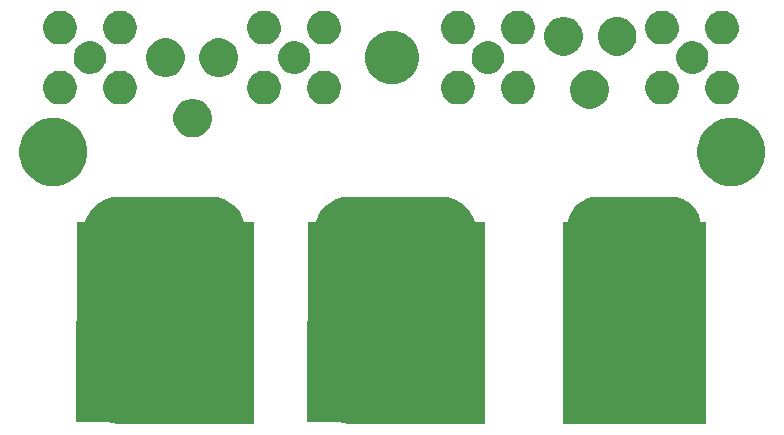
<source format=gbr>
G04 #@! TF.GenerationSoftware,KiCad,Pcbnew,(5.1.0)-1*
G04 #@! TF.CreationDate,2019-08-14T22:30:10+08:00*
G04 #@! TF.ProjectId,Kelvin Connector for Handheld LCR Meter,4b656c76-696e-4204-936f-6e6e6563746f,1.01*
G04 #@! TF.SameCoordinates,Original*
G04 #@! TF.FileFunction,Soldermask,Top*
G04 #@! TF.FilePolarity,Negative*
%FSLAX46Y46*%
G04 Gerber Fmt 4.6, Leading zero omitted, Abs format (unit mm)*
G04 Created by KiCad (PCBNEW (5.1.0)-1) date 2019-08-14 22:30:10*
%MOMM*%
%LPD*%
G04 APERTURE LIST*
%ADD10C,0.100000*%
G04 APERTURE END LIST*
D10*
G36*
X229100000Y-106900000D02*
G01*
X229100000Y-123800000D01*
X229100000Y-123900000D01*
X240900000Y-123900000D01*
X241100000Y-123900000D01*
X241100000Y-106900000D01*
X229100000Y-106900000D01*
G37*
X229100000Y-106900000D02*
X229100000Y-123800000D01*
X229100000Y-123900000D01*
X240900000Y-123900000D01*
X241100000Y-123900000D01*
X241100000Y-106900000D01*
X229100000Y-106900000D01*
G36*
X207450000Y-106900000D02*
G01*
X207350000Y-123800000D01*
X222350000Y-123900000D01*
X222350000Y-106900000D01*
X207450000Y-106900000D01*
G37*
X207450000Y-106900000D02*
X207350000Y-123800000D01*
X222350000Y-123900000D01*
X222350000Y-106900000D01*
X207450000Y-106900000D01*
G36*
X187950000Y-106900000D02*
G01*
X187850000Y-123800000D01*
X202850000Y-123900000D01*
X202850000Y-106900000D01*
X187950000Y-106900000D01*
G37*
X187950000Y-106900000D02*
X187850000Y-123800000D01*
X202850000Y-123900000D01*
X202850000Y-106900000D01*
X187950000Y-106900000D01*
G36*
X199797654Y-104831293D02*
G01*
X200363773Y-105003022D01*
X200885506Y-105281895D01*
X201342808Y-105657192D01*
X201718105Y-106114494D01*
X201996978Y-106636227D01*
X202168707Y-107202346D01*
X202227000Y-107794199D01*
X202227000Y-121005801D01*
X202168707Y-121597654D01*
X201996978Y-122163773D01*
X201718105Y-122685506D01*
X201342808Y-123142808D01*
X200885506Y-123518105D01*
X200363773Y-123796978D01*
X199797654Y-123968707D01*
X199205801Y-124027000D01*
X191494199Y-124027000D01*
X190902346Y-123968707D01*
X190336227Y-123796978D01*
X189814494Y-123518105D01*
X189357192Y-123142808D01*
X188981895Y-122685506D01*
X188703022Y-122163773D01*
X188531293Y-121597654D01*
X188473000Y-121005801D01*
X188473000Y-107794199D01*
X188531293Y-107202346D01*
X188703022Y-106636227D01*
X188981895Y-106114494D01*
X189357192Y-105657192D01*
X189814494Y-105281895D01*
X190336227Y-105003022D01*
X190902346Y-104831293D01*
X191494199Y-104773000D01*
X199205801Y-104773000D01*
X199797654Y-104831293D01*
X199797654Y-104831293D01*
G37*
G36*
X219297654Y-104831293D02*
G01*
X219863773Y-105003022D01*
X220385506Y-105281895D01*
X220842808Y-105657192D01*
X221218105Y-106114494D01*
X221496978Y-106636227D01*
X221668707Y-107202346D01*
X221727000Y-107794199D01*
X221727000Y-121005801D01*
X221668707Y-121597654D01*
X221496978Y-122163773D01*
X221218105Y-122685506D01*
X220842808Y-123142808D01*
X220385506Y-123518105D01*
X219863773Y-123796978D01*
X219297654Y-123968707D01*
X218705801Y-124027000D01*
X210994199Y-124027000D01*
X210402346Y-123968707D01*
X209836227Y-123796978D01*
X209314494Y-123518105D01*
X208857192Y-123142808D01*
X208481895Y-122685506D01*
X208203022Y-122163773D01*
X208031293Y-121597654D01*
X207973000Y-121005801D01*
X207973000Y-107794199D01*
X208031293Y-107202346D01*
X208203022Y-106636227D01*
X208481895Y-106114494D01*
X208857192Y-105657192D01*
X209314494Y-105281895D01*
X209836227Y-105003022D01*
X210402346Y-104831293D01*
X210994199Y-104773000D01*
X218705801Y-104773000D01*
X219297654Y-104831293D01*
X219297654Y-104831293D01*
G37*
G36*
X238744379Y-104820629D02*
G01*
X239206384Y-104960776D01*
X239632164Y-105188361D01*
X240005364Y-105494636D01*
X240311639Y-105867836D01*
X240539224Y-106293616D01*
X240679371Y-106755621D01*
X240727000Y-107239199D01*
X240727000Y-121560801D01*
X240679371Y-122044379D01*
X240539224Y-122506384D01*
X240311639Y-122932164D01*
X240005364Y-123305364D01*
X239632164Y-123611639D01*
X239206384Y-123839224D01*
X238744379Y-123979371D01*
X238260801Y-124027000D01*
X231939199Y-124027000D01*
X231455621Y-123979371D01*
X230993616Y-123839224D01*
X230567836Y-123611639D01*
X230194636Y-123305364D01*
X229888361Y-122932164D01*
X229660776Y-122506384D01*
X229520629Y-122044379D01*
X229473000Y-121560801D01*
X229473000Y-107239199D01*
X229520629Y-106755621D01*
X229660776Y-106293616D01*
X229888361Y-105867836D01*
X230194636Y-105494636D01*
X230567836Y-105188361D01*
X230993616Y-104960776D01*
X231455621Y-104820629D01*
X231939199Y-104773000D01*
X238260801Y-104773000D01*
X238744379Y-104820629D01*
X238744379Y-104820629D01*
G37*
G36*
X186739190Y-98233561D02*
G01*
X186739192Y-98233562D01*
X186739193Y-98233562D01*
X187262772Y-98450435D01*
X187733976Y-98765284D01*
X187733978Y-98765286D01*
X187733981Y-98765288D01*
X188134712Y-99166019D01*
X188134714Y-99166022D01*
X188134716Y-99166024D01*
X188449565Y-99637228D01*
X188666438Y-100160807D01*
X188777000Y-100716641D01*
X188777000Y-101283359D01*
X188666438Y-101839193D01*
X188449565Y-102362772D01*
X188134716Y-102833976D01*
X188134714Y-102833978D01*
X188134712Y-102833981D01*
X187733981Y-103234712D01*
X187733978Y-103234714D01*
X187733976Y-103234716D01*
X187262772Y-103549565D01*
X186739193Y-103766438D01*
X186739192Y-103766438D01*
X186739190Y-103766439D01*
X186183360Y-103877000D01*
X185616640Y-103877000D01*
X185060810Y-103766439D01*
X185060808Y-103766438D01*
X185060807Y-103766438D01*
X184537228Y-103549565D01*
X184066024Y-103234716D01*
X184066022Y-103234714D01*
X184066019Y-103234712D01*
X183665288Y-102833981D01*
X183665286Y-102833978D01*
X183665284Y-102833976D01*
X183350435Y-102362772D01*
X183133562Y-101839193D01*
X183023000Y-101283359D01*
X183023000Y-100716641D01*
X183133562Y-100160807D01*
X183350435Y-99637228D01*
X183665284Y-99166024D01*
X183665286Y-99166022D01*
X183665288Y-99166019D01*
X184066019Y-98765288D01*
X184066022Y-98765286D01*
X184066024Y-98765284D01*
X184537228Y-98450435D01*
X185060807Y-98233562D01*
X185060808Y-98233562D01*
X185060810Y-98233561D01*
X185616640Y-98123000D01*
X186183360Y-98123000D01*
X186739190Y-98233561D01*
X186739190Y-98233561D01*
G37*
G36*
X244139190Y-98233561D02*
G01*
X244139192Y-98233562D01*
X244139193Y-98233562D01*
X244662772Y-98450435D01*
X245133976Y-98765284D01*
X245133978Y-98765286D01*
X245133981Y-98765288D01*
X245534712Y-99166019D01*
X245534714Y-99166022D01*
X245534716Y-99166024D01*
X245849565Y-99637228D01*
X246066438Y-100160807D01*
X246177000Y-100716641D01*
X246177000Y-101283359D01*
X246066438Y-101839193D01*
X245849565Y-102362772D01*
X245534716Y-102833976D01*
X245534714Y-102833978D01*
X245534712Y-102833981D01*
X245133981Y-103234712D01*
X245133978Y-103234714D01*
X245133976Y-103234716D01*
X244662772Y-103549565D01*
X244139193Y-103766438D01*
X244139192Y-103766438D01*
X244139190Y-103766439D01*
X243583360Y-103877000D01*
X243016640Y-103877000D01*
X242460810Y-103766439D01*
X242460808Y-103766438D01*
X242460807Y-103766438D01*
X241937228Y-103549565D01*
X241466024Y-103234716D01*
X241466022Y-103234714D01*
X241466019Y-103234712D01*
X241065288Y-102833981D01*
X241065286Y-102833978D01*
X241065284Y-102833976D01*
X240750435Y-102362772D01*
X240533562Y-101839193D01*
X240423000Y-101283359D01*
X240423000Y-100716641D01*
X240533562Y-100160807D01*
X240750435Y-99637228D01*
X241065284Y-99166024D01*
X241065286Y-99166022D01*
X241065288Y-99166019D01*
X241466019Y-98765288D01*
X241466022Y-98765286D01*
X241466024Y-98765284D01*
X241937228Y-98450435D01*
X242460807Y-98233562D01*
X242460808Y-98233562D01*
X242460810Y-98233561D01*
X243016640Y-98123000D01*
X243583360Y-98123000D01*
X244139190Y-98233561D01*
X244139190Y-98233561D01*
G37*
G36*
X198167581Y-96560526D02*
G01*
X198463670Y-96683170D01*
X198730150Y-96861226D01*
X198956774Y-97087850D01*
X199134830Y-97354330D01*
X199257474Y-97650419D01*
X199319999Y-97964755D01*
X199319999Y-98285245D01*
X199257474Y-98599581D01*
X199134830Y-98895670D01*
X198956774Y-99162150D01*
X198730150Y-99388774D01*
X198463670Y-99566830D01*
X198167581Y-99689474D01*
X197853245Y-99751999D01*
X197532755Y-99751999D01*
X197218419Y-99689474D01*
X196922330Y-99566830D01*
X196655850Y-99388774D01*
X196429226Y-99162150D01*
X196251170Y-98895670D01*
X196128526Y-98599581D01*
X196066001Y-98285245D01*
X196066001Y-97964755D01*
X196128526Y-97650419D01*
X196251170Y-97354330D01*
X196429226Y-97087850D01*
X196655850Y-96861226D01*
X196922330Y-96683170D01*
X197218419Y-96560526D01*
X197532755Y-96498001D01*
X197853245Y-96498001D01*
X198167581Y-96560526D01*
X198167581Y-96560526D01*
G37*
G36*
X231774581Y-94135526D02*
G01*
X232070670Y-94258170D01*
X232337150Y-94436226D01*
X232563774Y-94662850D01*
X232741830Y-94929330D01*
X232864474Y-95225419D01*
X232926999Y-95539755D01*
X232926999Y-95860245D01*
X232864474Y-96174581D01*
X232741830Y-96470670D01*
X232563774Y-96737150D01*
X232337150Y-96963774D01*
X232070670Y-97141830D01*
X231774581Y-97264474D01*
X231460245Y-97326999D01*
X231139755Y-97326999D01*
X230825419Y-97264474D01*
X230529330Y-97141830D01*
X230262850Y-96963774D01*
X230036226Y-96737150D01*
X229858170Y-96470670D01*
X229735526Y-96174581D01*
X229673001Y-95860245D01*
X229673001Y-95539755D01*
X229735526Y-95225419D01*
X229858170Y-94929330D01*
X230036226Y-94662850D01*
X230262850Y-94436226D01*
X230529330Y-94258170D01*
X230825419Y-94135526D01*
X231139755Y-94073001D01*
X231460245Y-94073001D01*
X231774581Y-94135526D01*
X231774581Y-94135526D01*
G37*
G36*
X220576241Y-94167838D02*
G01*
X220576243Y-94167839D01*
X220576244Y-94167839D01*
X220835939Y-94275409D01*
X220987981Y-94377000D01*
X221069660Y-94431576D01*
X221268424Y-94630340D01*
X221290146Y-94662850D01*
X221424591Y-94864061D01*
X221532161Y-95123756D01*
X221532162Y-95123759D01*
X221562643Y-95277000D01*
X221587000Y-95399454D01*
X221587000Y-95680546D01*
X221532161Y-95956244D01*
X221424591Y-96215939D01*
X221321182Y-96370702D01*
X221268424Y-96449660D01*
X221069660Y-96648424D01*
X221017654Y-96683173D01*
X220835939Y-96804591D01*
X220576244Y-96912161D01*
X220576243Y-96912161D01*
X220576241Y-96912162D01*
X220300547Y-96967000D01*
X220019453Y-96967000D01*
X219743759Y-96912162D01*
X219743757Y-96912161D01*
X219743756Y-96912161D01*
X219484061Y-96804591D01*
X219302346Y-96683173D01*
X219250340Y-96648424D01*
X219051576Y-96449660D01*
X218998818Y-96370702D01*
X218895409Y-96215939D01*
X218787839Y-95956244D01*
X218733000Y-95680546D01*
X218733000Y-95399454D01*
X218757357Y-95277000D01*
X218787838Y-95123759D01*
X218787839Y-95123756D01*
X218895409Y-94864061D01*
X219029854Y-94662850D01*
X219051576Y-94630340D01*
X219250340Y-94431576D01*
X219332019Y-94377000D01*
X219484061Y-94275409D01*
X219743756Y-94167839D01*
X219743757Y-94167839D01*
X219743759Y-94167838D01*
X220019453Y-94113000D01*
X220300547Y-94113000D01*
X220576241Y-94167838D01*
X220576241Y-94167838D01*
G37*
G36*
X225656241Y-94167838D02*
G01*
X225656243Y-94167839D01*
X225656244Y-94167839D01*
X225915939Y-94275409D01*
X226067981Y-94377000D01*
X226149660Y-94431576D01*
X226348424Y-94630340D01*
X226370146Y-94662850D01*
X226504591Y-94864061D01*
X226612161Y-95123756D01*
X226612162Y-95123759D01*
X226642643Y-95277000D01*
X226667000Y-95399454D01*
X226667000Y-95680546D01*
X226612161Y-95956244D01*
X226504591Y-96215939D01*
X226401182Y-96370702D01*
X226348424Y-96449660D01*
X226149660Y-96648424D01*
X226097654Y-96683173D01*
X225915939Y-96804591D01*
X225656244Y-96912161D01*
X225656243Y-96912161D01*
X225656241Y-96912162D01*
X225380547Y-96967000D01*
X225099453Y-96967000D01*
X224823759Y-96912162D01*
X224823757Y-96912161D01*
X224823756Y-96912161D01*
X224564061Y-96804591D01*
X224382346Y-96683173D01*
X224330340Y-96648424D01*
X224131576Y-96449660D01*
X224078818Y-96370702D01*
X223975409Y-96215939D01*
X223867839Y-95956244D01*
X223813000Y-95680546D01*
X223813000Y-95399454D01*
X223837357Y-95277000D01*
X223867838Y-95123759D01*
X223867839Y-95123756D01*
X223975409Y-94864061D01*
X224109854Y-94662850D01*
X224131576Y-94630340D01*
X224330340Y-94431576D01*
X224412019Y-94377000D01*
X224564061Y-94275409D01*
X224823756Y-94167839D01*
X224823757Y-94167839D01*
X224823759Y-94167838D01*
X225099453Y-94113000D01*
X225380547Y-94113000D01*
X225656241Y-94167838D01*
X225656241Y-94167838D01*
G37*
G36*
X237876241Y-94167838D02*
G01*
X237876243Y-94167839D01*
X237876244Y-94167839D01*
X238135939Y-94275409D01*
X238287981Y-94377000D01*
X238369660Y-94431576D01*
X238568424Y-94630340D01*
X238590146Y-94662850D01*
X238724591Y-94864061D01*
X238832161Y-95123756D01*
X238832162Y-95123759D01*
X238862643Y-95277000D01*
X238887000Y-95399454D01*
X238887000Y-95680546D01*
X238832161Y-95956244D01*
X238724591Y-96215939D01*
X238621182Y-96370702D01*
X238568424Y-96449660D01*
X238369660Y-96648424D01*
X238317654Y-96683173D01*
X238135939Y-96804591D01*
X237876244Y-96912161D01*
X237876243Y-96912161D01*
X237876241Y-96912162D01*
X237600547Y-96967000D01*
X237319453Y-96967000D01*
X237043759Y-96912162D01*
X237043757Y-96912161D01*
X237043756Y-96912161D01*
X236784061Y-96804591D01*
X236602346Y-96683173D01*
X236550340Y-96648424D01*
X236351576Y-96449660D01*
X236298818Y-96370702D01*
X236195409Y-96215939D01*
X236087839Y-95956244D01*
X236033000Y-95680546D01*
X236033000Y-95399454D01*
X236057357Y-95277000D01*
X236087838Y-95123759D01*
X236087839Y-95123756D01*
X236195409Y-94864061D01*
X236329854Y-94662850D01*
X236351576Y-94630340D01*
X236550340Y-94431576D01*
X236632019Y-94377000D01*
X236784061Y-94275409D01*
X237043756Y-94167839D01*
X237043757Y-94167839D01*
X237043759Y-94167838D01*
X237319453Y-94113000D01*
X237600547Y-94113000D01*
X237876241Y-94167838D01*
X237876241Y-94167838D01*
G37*
G36*
X204176241Y-94167838D02*
G01*
X204176243Y-94167839D01*
X204176244Y-94167839D01*
X204435939Y-94275409D01*
X204587981Y-94377000D01*
X204669660Y-94431576D01*
X204868424Y-94630340D01*
X204890146Y-94662850D01*
X205024591Y-94864061D01*
X205132161Y-95123756D01*
X205132162Y-95123759D01*
X205162643Y-95277000D01*
X205187000Y-95399454D01*
X205187000Y-95680546D01*
X205132161Y-95956244D01*
X205024591Y-96215939D01*
X204921182Y-96370702D01*
X204868424Y-96449660D01*
X204669660Y-96648424D01*
X204617654Y-96683173D01*
X204435939Y-96804591D01*
X204176244Y-96912161D01*
X204176243Y-96912161D01*
X204176241Y-96912162D01*
X203900547Y-96967000D01*
X203619453Y-96967000D01*
X203343759Y-96912162D01*
X203343757Y-96912161D01*
X203343756Y-96912161D01*
X203084061Y-96804591D01*
X202902346Y-96683173D01*
X202850340Y-96648424D01*
X202651576Y-96449660D01*
X202598818Y-96370702D01*
X202495409Y-96215939D01*
X202387839Y-95956244D01*
X202333000Y-95680546D01*
X202333000Y-95399454D01*
X202357357Y-95277000D01*
X202387838Y-95123759D01*
X202387839Y-95123756D01*
X202495409Y-94864061D01*
X202629854Y-94662850D01*
X202651576Y-94630340D01*
X202850340Y-94431576D01*
X202932019Y-94377000D01*
X203084061Y-94275409D01*
X203343756Y-94167839D01*
X203343757Y-94167839D01*
X203343759Y-94167838D01*
X203619453Y-94113000D01*
X203900547Y-94113000D01*
X204176241Y-94167838D01*
X204176241Y-94167838D01*
G37*
G36*
X209256241Y-94167838D02*
G01*
X209256243Y-94167839D01*
X209256244Y-94167839D01*
X209515939Y-94275409D01*
X209667981Y-94377000D01*
X209749660Y-94431576D01*
X209948424Y-94630340D01*
X209970146Y-94662850D01*
X210104591Y-94864061D01*
X210212161Y-95123756D01*
X210212162Y-95123759D01*
X210242643Y-95277000D01*
X210267000Y-95399454D01*
X210267000Y-95680546D01*
X210212161Y-95956244D01*
X210104591Y-96215939D01*
X210001182Y-96370702D01*
X209948424Y-96449660D01*
X209749660Y-96648424D01*
X209697654Y-96683173D01*
X209515939Y-96804591D01*
X209256244Y-96912161D01*
X209256243Y-96912161D01*
X209256241Y-96912162D01*
X208980547Y-96967000D01*
X208699453Y-96967000D01*
X208423759Y-96912162D01*
X208423757Y-96912161D01*
X208423756Y-96912161D01*
X208164061Y-96804591D01*
X207982346Y-96683173D01*
X207930340Y-96648424D01*
X207731576Y-96449660D01*
X207678818Y-96370702D01*
X207575409Y-96215939D01*
X207467839Y-95956244D01*
X207413000Y-95680546D01*
X207413000Y-95399454D01*
X207437357Y-95277000D01*
X207467838Y-95123759D01*
X207467839Y-95123756D01*
X207575409Y-94864061D01*
X207709854Y-94662850D01*
X207731576Y-94630340D01*
X207930340Y-94431576D01*
X208012019Y-94377000D01*
X208164061Y-94275409D01*
X208423756Y-94167839D01*
X208423757Y-94167839D01*
X208423759Y-94167838D01*
X208699453Y-94113000D01*
X208980547Y-94113000D01*
X209256241Y-94167838D01*
X209256241Y-94167838D01*
G37*
G36*
X191956241Y-94167838D02*
G01*
X191956243Y-94167839D01*
X191956244Y-94167839D01*
X192215939Y-94275409D01*
X192367981Y-94377000D01*
X192449660Y-94431576D01*
X192648424Y-94630340D01*
X192670146Y-94662850D01*
X192804591Y-94864061D01*
X192912161Y-95123756D01*
X192912162Y-95123759D01*
X192942643Y-95277000D01*
X192967000Y-95399454D01*
X192967000Y-95680546D01*
X192912161Y-95956244D01*
X192804591Y-96215939D01*
X192701182Y-96370702D01*
X192648424Y-96449660D01*
X192449660Y-96648424D01*
X192397654Y-96683173D01*
X192215939Y-96804591D01*
X191956244Y-96912161D01*
X191956243Y-96912161D01*
X191956241Y-96912162D01*
X191680547Y-96967000D01*
X191399453Y-96967000D01*
X191123759Y-96912162D01*
X191123757Y-96912161D01*
X191123756Y-96912161D01*
X190864061Y-96804591D01*
X190682346Y-96683173D01*
X190630340Y-96648424D01*
X190431576Y-96449660D01*
X190378818Y-96370702D01*
X190275409Y-96215939D01*
X190167839Y-95956244D01*
X190113000Y-95680546D01*
X190113000Y-95399454D01*
X190137357Y-95277000D01*
X190167838Y-95123759D01*
X190167839Y-95123756D01*
X190275409Y-94864061D01*
X190409854Y-94662850D01*
X190431576Y-94630340D01*
X190630340Y-94431576D01*
X190712019Y-94377000D01*
X190864061Y-94275409D01*
X191123756Y-94167839D01*
X191123757Y-94167839D01*
X191123759Y-94167838D01*
X191399453Y-94113000D01*
X191680547Y-94113000D01*
X191956241Y-94167838D01*
X191956241Y-94167838D01*
G37*
G36*
X186876241Y-94167838D02*
G01*
X186876243Y-94167839D01*
X186876244Y-94167839D01*
X187135939Y-94275409D01*
X187287981Y-94377000D01*
X187369660Y-94431576D01*
X187568424Y-94630340D01*
X187590146Y-94662850D01*
X187724591Y-94864061D01*
X187832161Y-95123756D01*
X187832162Y-95123759D01*
X187862643Y-95277000D01*
X187887000Y-95399454D01*
X187887000Y-95680546D01*
X187832161Y-95956244D01*
X187724591Y-96215939D01*
X187621182Y-96370702D01*
X187568424Y-96449660D01*
X187369660Y-96648424D01*
X187317654Y-96683173D01*
X187135939Y-96804591D01*
X186876244Y-96912161D01*
X186876243Y-96912161D01*
X186876241Y-96912162D01*
X186600547Y-96967000D01*
X186319453Y-96967000D01*
X186043759Y-96912162D01*
X186043757Y-96912161D01*
X186043756Y-96912161D01*
X185784061Y-96804591D01*
X185602346Y-96683173D01*
X185550340Y-96648424D01*
X185351576Y-96449660D01*
X185298818Y-96370702D01*
X185195409Y-96215939D01*
X185087839Y-95956244D01*
X185033000Y-95680546D01*
X185033000Y-95399454D01*
X185057357Y-95277000D01*
X185087838Y-95123759D01*
X185087839Y-95123756D01*
X185195409Y-94864061D01*
X185329854Y-94662850D01*
X185351576Y-94630340D01*
X185550340Y-94431576D01*
X185632019Y-94377000D01*
X185784061Y-94275409D01*
X186043756Y-94167839D01*
X186043757Y-94167839D01*
X186043759Y-94167838D01*
X186319453Y-94113000D01*
X186600547Y-94113000D01*
X186876241Y-94167838D01*
X186876241Y-94167838D01*
G37*
G36*
X242956241Y-94167838D02*
G01*
X242956243Y-94167839D01*
X242956244Y-94167839D01*
X243215939Y-94275409D01*
X243367981Y-94377000D01*
X243449660Y-94431576D01*
X243648424Y-94630340D01*
X243670146Y-94662850D01*
X243804591Y-94864061D01*
X243912161Y-95123756D01*
X243912162Y-95123759D01*
X243942643Y-95277000D01*
X243967000Y-95399454D01*
X243967000Y-95680546D01*
X243912161Y-95956244D01*
X243804591Y-96215939D01*
X243701182Y-96370702D01*
X243648424Y-96449660D01*
X243449660Y-96648424D01*
X243397654Y-96683173D01*
X243215939Y-96804591D01*
X242956244Y-96912161D01*
X242956243Y-96912161D01*
X242956241Y-96912162D01*
X242680547Y-96967000D01*
X242399453Y-96967000D01*
X242123759Y-96912162D01*
X242123757Y-96912161D01*
X242123756Y-96912161D01*
X241864061Y-96804591D01*
X241682346Y-96683173D01*
X241630340Y-96648424D01*
X241431576Y-96449660D01*
X241378818Y-96370702D01*
X241275409Y-96215939D01*
X241167839Y-95956244D01*
X241113000Y-95680546D01*
X241113000Y-95399454D01*
X241137357Y-95277000D01*
X241167838Y-95123759D01*
X241167839Y-95123756D01*
X241275409Y-94864061D01*
X241409854Y-94662850D01*
X241431576Y-94630340D01*
X241630340Y-94431576D01*
X241712019Y-94377000D01*
X241864061Y-94275409D01*
X242123756Y-94167839D01*
X242123757Y-94167839D01*
X242123759Y-94167838D01*
X242399453Y-94113000D01*
X242680547Y-94113000D01*
X242956241Y-94167838D01*
X242956241Y-94167838D01*
G37*
G36*
X214934243Y-90744876D02*
G01*
X215264179Y-90810504D01*
X215678565Y-90982148D01*
X216051498Y-91231334D01*
X216368666Y-91548502D01*
X216617852Y-91921435D01*
X216789496Y-92335821D01*
X216877000Y-92775736D01*
X216877000Y-93224264D01*
X216789496Y-93664179D01*
X216617852Y-94078565D01*
X216368666Y-94451498D01*
X216051498Y-94768666D01*
X215678565Y-95017852D01*
X215264179Y-95189496D01*
X214934243Y-95255124D01*
X214824265Y-95277000D01*
X214375735Y-95277000D01*
X214265757Y-95255124D01*
X213935821Y-95189496D01*
X213521435Y-95017852D01*
X213148502Y-94768666D01*
X212831334Y-94451498D01*
X212582148Y-94078565D01*
X212410504Y-93664179D01*
X212323000Y-93224264D01*
X212323000Y-92775736D01*
X212410504Y-92335821D01*
X212582148Y-91921435D01*
X212831334Y-91548502D01*
X213148502Y-91231334D01*
X213521435Y-90982148D01*
X213935821Y-90810504D01*
X214265757Y-90744876D01*
X214375735Y-90723000D01*
X214824265Y-90723000D01*
X214934243Y-90744876D01*
X214934243Y-90744876D01*
G37*
G36*
X200374581Y-91435526D02*
G01*
X200670670Y-91558170D01*
X200937150Y-91736226D01*
X201163774Y-91962850D01*
X201341830Y-92229330D01*
X201464474Y-92525419D01*
X201526999Y-92839755D01*
X201526999Y-93160245D01*
X201464474Y-93474581D01*
X201341830Y-93770670D01*
X201163774Y-94037150D01*
X200937150Y-94263774D01*
X200670670Y-94441830D01*
X200374581Y-94564474D01*
X200060245Y-94626999D01*
X199739755Y-94626999D01*
X199425419Y-94564474D01*
X199129330Y-94441830D01*
X198862850Y-94263774D01*
X198636226Y-94037150D01*
X198458170Y-93770670D01*
X198335526Y-93474581D01*
X198273001Y-93160245D01*
X198273001Y-92839755D01*
X198335526Y-92525419D01*
X198458170Y-92229330D01*
X198636226Y-91962850D01*
X198862850Y-91736226D01*
X199129330Y-91558170D01*
X199425419Y-91435526D01*
X199739755Y-91373001D01*
X200060245Y-91373001D01*
X200374581Y-91435526D01*
X200374581Y-91435526D01*
G37*
G36*
X195874581Y-91435526D02*
G01*
X196170670Y-91558170D01*
X196437150Y-91736226D01*
X196663774Y-91962850D01*
X196841830Y-92229330D01*
X196964474Y-92525419D01*
X197026999Y-92839755D01*
X197026999Y-93160245D01*
X196964474Y-93474581D01*
X196841830Y-93770670D01*
X196663774Y-94037150D01*
X196437150Y-94263774D01*
X196170670Y-94441830D01*
X195874581Y-94564474D01*
X195560245Y-94626999D01*
X195239755Y-94626999D01*
X194925419Y-94564474D01*
X194629330Y-94441830D01*
X194362850Y-94263774D01*
X194136226Y-94037150D01*
X193958170Y-93770670D01*
X193835526Y-93474581D01*
X193773001Y-93160245D01*
X193773001Y-92839755D01*
X193835526Y-92525419D01*
X193958170Y-92229330D01*
X194136226Y-91962850D01*
X194362850Y-91736226D01*
X194629330Y-91558170D01*
X194925419Y-91435526D01*
X195239755Y-91373001D01*
X195560245Y-91373001D01*
X195874581Y-91435526D01*
X195874581Y-91435526D01*
G37*
G36*
X240401656Y-91675917D02*
G01*
X240401658Y-91675918D01*
X240401659Y-91675918D01*
X240652251Y-91779716D01*
X240652254Y-91779718D01*
X240877787Y-91930414D01*
X241069586Y-92122213D01*
X241069587Y-92122215D01*
X241220284Y-92347749D01*
X241293877Y-92525419D01*
X241324083Y-92598344D01*
X241357128Y-92764474D01*
X241377000Y-92864378D01*
X241377000Y-93135622D01*
X241324082Y-93401659D01*
X241220284Y-93652251D01*
X241220282Y-93652254D01*
X241069586Y-93877787D01*
X240877787Y-94069586D01*
X240652254Y-94220282D01*
X240652251Y-94220284D01*
X240401659Y-94324082D01*
X240401658Y-94324082D01*
X240401656Y-94324083D01*
X240135623Y-94377000D01*
X239864377Y-94377000D01*
X239598344Y-94324083D01*
X239598342Y-94324082D01*
X239598341Y-94324082D01*
X239347749Y-94220284D01*
X239347746Y-94220282D01*
X239122213Y-94069586D01*
X238930414Y-93877787D01*
X238779718Y-93652254D01*
X238779716Y-93652251D01*
X238675918Y-93401659D01*
X238623000Y-93135622D01*
X238623000Y-92864378D01*
X238642872Y-92764474D01*
X238675917Y-92598344D01*
X238706123Y-92525419D01*
X238779716Y-92347749D01*
X238930413Y-92122215D01*
X238930414Y-92122213D01*
X239122213Y-91930414D01*
X239347746Y-91779718D01*
X239347749Y-91779716D01*
X239598341Y-91675918D01*
X239598342Y-91675918D01*
X239598344Y-91675917D01*
X239864377Y-91623000D01*
X240135623Y-91623000D01*
X240401656Y-91675917D01*
X240401656Y-91675917D01*
G37*
G36*
X206701656Y-91675917D02*
G01*
X206701658Y-91675918D01*
X206701659Y-91675918D01*
X206952251Y-91779716D01*
X206952254Y-91779718D01*
X207177787Y-91930414D01*
X207369586Y-92122213D01*
X207369587Y-92122215D01*
X207520284Y-92347749D01*
X207593877Y-92525419D01*
X207624083Y-92598344D01*
X207657128Y-92764474D01*
X207677000Y-92864378D01*
X207677000Y-93135622D01*
X207624082Y-93401659D01*
X207520284Y-93652251D01*
X207520282Y-93652254D01*
X207369586Y-93877787D01*
X207177787Y-94069586D01*
X206952254Y-94220282D01*
X206952251Y-94220284D01*
X206701659Y-94324082D01*
X206701658Y-94324082D01*
X206701656Y-94324083D01*
X206435623Y-94377000D01*
X206164377Y-94377000D01*
X205898344Y-94324083D01*
X205898342Y-94324082D01*
X205898341Y-94324082D01*
X205647749Y-94220284D01*
X205647746Y-94220282D01*
X205422213Y-94069586D01*
X205230414Y-93877787D01*
X205079718Y-93652254D01*
X205079716Y-93652251D01*
X204975918Y-93401659D01*
X204923000Y-93135622D01*
X204923000Y-92864378D01*
X204942872Y-92764474D01*
X204975917Y-92598344D01*
X205006123Y-92525419D01*
X205079716Y-92347749D01*
X205230413Y-92122215D01*
X205230414Y-92122213D01*
X205422213Y-91930414D01*
X205647746Y-91779718D01*
X205647749Y-91779716D01*
X205898341Y-91675918D01*
X205898342Y-91675918D01*
X205898344Y-91675917D01*
X206164377Y-91623000D01*
X206435623Y-91623000D01*
X206701656Y-91675917D01*
X206701656Y-91675917D01*
G37*
G36*
X189401656Y-91675917D02*
G01*
X189401658Y-91675918D01*
X189401659Y-91675918D01*
X189652251Y-91779716D01*
X189652254Y-91779718D01*
X189877787Y-91930414D01*
X190069586Y-92122213D01*
X190069587Y-92122215D01*
X190220284Y-92347749D01*
X190293877Y-92525419D01*
X190324083Y-92598344D01*
X190357128Y-92764474D01*
X190377000Y-92864378D01*
X190377000Y-93135622D01*
X190324082Y-93401659D01*
X190220284Y-93652251D01*
X190220282Y-93652254D01*
X190069586Y-93877787D01*
X189877787Y-94069586D01*
X189652254Y-94220282D01*
X189652251Y-94220284D01*
X189401659Y-94324082D01*
X189401658Y-94324082D01*
X189401656Y-94324083D01*
X189135623Y-94377000D01*
X188864377Y-94377000D01*
X188598344Y-94324083D01*
X188598342Y-94324082D01*
X188598341Y-94324082D01*
X188347749Y-94220284D01*
X188347746Y-94220282D01*
X188122213Y-94069586D01*
X187930414Y-93877787D01*
X187779718Y-93652254D01*
X187779716Y-93652251D01*
X187675918Y-93401659D01*
X187623000Y-93135622D01*
X187623000Y-92864378D01*
X187642872Y-92764474D01*
X187675917Y-92598344D01*
X187706123Y-92525419D01*
X187779716Y-92347749D01*
X187930413Y-92122215D01*
X187930414Y-92122213D01*
X188122213Y-91930414D01*
X188347746Y-91779718D01*
X188347749Y-91779716D01*
X188598341Y-91675918D01*
X188598342Y-91675918D01*
X188598344Y-91675917D01*
X188864377Y-91623000D01*
X189135623Y-91623000D01*
X189401656Y-91675917D01*
X189401656Y-91675917D01*
G37*
G36*
X223101656Y-91675917D02*
G01*
X223101658Y-91675918D01*
X223101659Y-91675918D01*
X223352251Y-91779716D01*
X223352254Y-91779718D01*
X223577787Y-91930414D01*
X223769586Y-92122213D01*
X223769587Y-92122215D01*
X223920284Y-92347749D01*
X223993877Y-92525419D01*
X224024083Y-92598344D01*
X224057128Y-92764474D01*
X224077000Y-92864378D01*
X224077000Y-93135622D01*
X224024082Y-93401659D01*
X223920284Y-93652251D01*
X223920282Y-93652254D01*
X223769586Y-93877787D01*
X223577787Y-94069586D01*
X223352254Y-94220282D01*
X223352251Y-94220284D01*
X223101659Y-94324082D01*
X223101658Y-94324082D01*
X223101656Y-94324083D01*
X222835623Y-94377000D01*
X222564377Y-94377000D01*
X222298344Y-94324083D01*
X222298342Y-94324082D01*
X222298341Y-94324082D01*
X222047749Y-94220284D01*
X222047746Y-94220282D01*
X221822213Y-94069586D01*
X221630414Y-93877787D01*
X221479718Y-93652254D01*
X221479716Y-93652251D01*
X221375918Y-93401659D01*
X221323000Y-93135622D01*
X221323000Y-92864378D01*
X221342872Y-92764474D01*
X221375917Y-92598344D01*
X221406123Y-92525419D01*
X221479716Y-92347749D01*
X221630413Y-92122215D01*
X221630414Y-92122213D01*
X221822213Y-91930414D01*
X222047746Y-91779718D01*
X222047749Y-91779716D01*
X222298341Y-91675918D01*
X222298342Y-91675918D01*
X222298344Y-91675917D01*
X222564377Y-91623000D01*
X222835623Y-91623000D01*
X223101656Y-91675917D01*
X223101656Y-91675917D01*
G37*
G36*
X229574581Y-89635526D02*
G01*
X229870670Y-89758170D01*
X230137150Y-89936226D01*
X230363774Y-90162850D01*
X230541830Y-90429330D01*
X230664474Y-90725419D01*
X230726999Y-91039755D01*
X230726999Y-91360245D01*
X230664474Y-91674581D01*
X230541830Y-91970670D01*
X230363774Y-92237150D01*
X230137150Y-92463774D01*
X229870670Y-92641830D01*
X229574581Y-92764474D01*
X229260245Y-92826999D01*
X228939755Y-92826999D01*
X228625419Y-92764474D01*
X228329330Y-92641830D01*
X228062850Y-92463774D01*
X227836226Y-92237150D01*
X227658170Y-91970670D01*
X227535526Y-91674581D01*
X227473001Y-91360245D01*
X227473001Y-91039755D01*
X227535526Y-90725419D01*
X227658170Y-90429330D01*
X227836226Y-90162850D01*
X228062850Y-89936226D01*
X228329330Y-89758170D01*
X228625419Y-89635526D01*
X228939755Y-89573001D01*
X229260245Y-89573001D01*
X229574581Y-89635526D01*
X229574581Y-89635526D01*
G37*
G36*
X234108581Y-89635526D02*
G01*
X234404670Y-89758170D01*
X234671150Y-89936226D01*
X234897774Y-90162850D01*
X235075830Y-90429330D01*
X235198474Y-90725419D01*
X235260999Y-91039755D01*
X235260999Y-91360245D01*
X235198474Y-91674581D01*
X235075830Y-91970670D01*
X234897774Y-92237150D01*
X234671150Y-92463774D01*
X234404670Y-92641830D01*
X234108581Y-92764474D01*
X233794245Y-92826999D01*
X233473755Y-92826999D01*
X233159419Y-92764474D01*
X232863330Y-92641830D01*
X232596850Y-92463774D01*
X232370226Y-92237150D01*
X232192170Y-91970670D01*
X232069526Y-91674581D01*
X232007001Y-91360245D01*
X232007001Y-91039755D01*
X232069526Y-90725419D01*
X232192170Y-90429330D01*
X232370226Y-90162850D01*
X232596850Y-89936226D01*
X232863330Y-89758170D01*
X233159419Y-89635526D01*
X233473755Y-89573001D01*
X233794245Y-89573001D01*
X234108581Y-89635526D01*
X234108581Y-89635526D01*
G37*
G36*
X225656241Y-89087838D02*
G01*
X225656243Y-89087839D01*
X225656244Y-89087839D01*
X225915939Y-89195409D01*
X226070702Y-89298818D01*
X226149660Y-89351576D01*
X226348424Y-89550340D01*
X226348427Y-89550345D01*
X226504591Y-89784061D01*
X226504591Y-89784062D01*
X226612162Y-90043759D01*
X226667000Y-90319453D01*
X226667000Y-90600547D01*
X226625238Y-90810504D01*
X226612161Y-90876244D01*
X226504591Y-91135939D01*
X226440850Y-91231334D01*
X226348424Y-91369660D01*
X226149660Y-91568424D01*
X226070702Y-91621182D01*
X225915939Y-91724591D01*
X225656244Y-91832161D01*
X225656243Y-91832161D01*
X225656241Y-91832162D01*
X225380547Y-91887000D01*
X225099453Y-91887000D01*
X224823759Y-91832162D01*
X224823757Y-91832161D01*
X224823756Y-91832161D01*
X224564061Y-91724591D01*
X224409298Y-91621182D01*
X224330340Y-91568424D01*
X224131576Y-91369660D01*
X224039150Y-91231334D01*
X223975409Y-91135939D01*
X223867839Y-90876244D01*
X223854763Y-90810504D01*
X223813000Y-90600547D01*
X223813000Y-90319453D01*
X223867838Y-90043759D01*
X223975409Y-89784062D01*
X223975409Y-89784061D01*
X224131573Y-89550345D01*
X224131576Y-89550340D01*
X224330340Y-89351576D01*
X224409298Y-89298818D01*
X224564061Y-89195409D01*
X224823756Y-89087839D01*
X224823757Y-89087839D01*
X224823759Y-89087838D01*
X225099453Y-89033000D01*
X225380547Y-89033000D01*
X225656241Y-89087838D01*
X225656241Y-89087838D01*
G37*
G36*
X209256241Y-89087838D02*
G01*
X209256243Y-89087839D01*
X209256244Y-89087839D01*
X209515939Y-89195409D01*
X209670702Y-89298818D01*
X209749660Y-89351576D01*
X209948424Y-89550340D01*
X209948427Y-89550345D01*
X210104591Y-89784061D01*
X210104591Y-89784062D01*
X210212162Y-90043759D01*
X210267000Y-90319453D01*
X210267000Y-90600547D01*
X210225238Y-90810504D01*
X210212161Y-90876244D01*
X210104591Y-91135939D01*
X210040850Y-91231334D01*
X209948424Y-91369660D01*
X209749660Y-91568424D01*
X209670702Y-91621182D01*
X209515939Y-91724591D01*
X209256244Y-91832161D01*
X209256243Y-91832161D01*
X209256241Y-91832162D01*
X208980547Y-91887000D01*
X208699453Y-91887000D01*
X208423759Y-91832162D01*
X208423757Y-91832161D01*
X208423756Y-91832161D01*
X208164061Y-91724591D01*
X208009298Y-91621182D01*
X207930340Y-91568424D01*
X207731576Y-91369660D01*
X207639150Y-91231334D01*
X207575409Y-91135939D01*
X207467839Y-90876244D01*
X207454763Y-90810504D01*
X207413000Y-90600547D01*
X207413000Y-90319453D01*
X207467838Y-90043759D01*
X207575409Y-89784062D01*
X207575409Y-89784061D01*
X207731573Y-89550345D01*
X207731576Y-89550340D01*
X207930340Y-89351576D01*
X208009298Y-89298818D01*
X208164061Y-89195409D01*
X208423756Y-89087839D01*
X208423757Y-89087839D01*
X208423759Y-89087838D01*
X208699453Y-89033000D01*
X208980547Y-89033000D01*
X209256241Y-89087838D01*
X209256241Y-89087838D01*
G37*
G36*
X237876241Y-89087838D02*
G01*
X237876243Y-89087839D01*
X237876244Y-89087839D01*
X238135939Y-89195409D01*
X238290702Y-89298818D01*
X238369660Y-89351576D01*
X238568424Y-89550340D01*
X238568427Y-89550345D01*
X238724591Y-89784061D01*
X238724591Y-89784062D01*
X238832162Y-90043759D01*
X238887000Y-90319453D01*
X238887000Y-90600547D01*
X238845238Y-90810504D01*
X238832161Y-90876244D01*
X238724591Y-91135939D01*
X238660850Y-91231334D01*
X238568424Y-91369660D01*
X238369660Y-91568424D01*
X238290702Y-91621182D01*
X238135939Y-91724591D01*
X237876244Y-91832161D01*
X237876243Y-91832161D01*
X237876241Y-91832162D01*
X237600547Y-91887000D01*
X237319453Y-91887000D01*
X237043759Y-91832162D01*
X237043757Y-91832161D01*
X237043756Y-91832161D01*
X236784061Y-91724591D01*
X236629298Y-91621182D01*
X236550340Y-91568424D01*
X236351576Y-91369660D01*
X236259150Y-91231334D01*
X236195409Y-91135939D01*
X236087839Y-90876244D01*
X236074763Y-90810504D01*
X236033000Y-90600547D01*
X236033000Y-90319453D01*
X236087838Y-90043759D01*
X236195409Y-89784062D01*
X236195409Y-89784061D01*
X236351573Y-89550345D01*
X236351576Y-89550340D01*
X236550340Y-89351576D01*
X236629298Y-89298818D01*
X236784061Y-89195409D01*
X237043756Y-89087839D01*
X237043757Y-89087839D01*
X237043759Y-89087838D01*
X237319453Y-89033000D01*
X237600547Y-89033000D01*
X237876241Y-89087838D01*
X237876241Y-89087838D01*
G37*
G36*
X242956241Y-89087838D02*
G01*
X242956243Y-89087839D01*
X242956244Y-89087839D01*
X243215939Y-89195409D01*
X243370702Y-89298818D01*
X243449660Y-89351576D01*
X243648424Y-89550340D01*
X243648427Y-89550345D01*
X243804591Y-89784061D01*
X243804591Y-89784062D01*
X243912162Y-90043759D01*
X243967000Y-90319453D01*
X243967000Y-90600547D01*
X243925238Y-90810504D01*
X243912161Y-90876244D01*
X243804591Y-91135939D01*
X243740850Y-91231334D01*
X243648424Y-91369660D01*
X243449660Y-91568424D01*
X243370702Y-91621182D01*
X243215939Y-91724591D01*
X242956244Y-91832161D01*
X242956243Y-91832161D01*
X242956241Y-91832162D01*
X242680547Y-91887000D01*
X242399453Y-91887000D01*
X242123759Y-91832162D01*
X242123757Y-91832161D01*
X242123756Y-91832161D01*
X241864061Y-91724591D01*
X241709298Y-91621182D01*
X241630340Y-91568424D01*
X241431576Y-91369660D01*
X241339150Y-91231334D01*
X241275409Y-91135939D01*
X241167839Y-90876244D01*
X241154763Y-90810504D01*
X241113000Y-90600547D01*
X241113000Y-90319453D01*
X241167838Y-90043759D01*
X241275409Y-89784062D01*
X241275409Y-89784061D01*
X241431573Y-89550345D01*
X241431576Y-89550340D01*
X241630340Y-89351576D01*
X241709298Y-89298818D01*
X241864061Y-89195409D01*
X242123756Y-89087839D01*
X242123757Y-89087839D01*
X242123759Y-89087838D01*
X242399453Y-89033000D01*
X242680547Y-89033000D01*
X242956241Y-89087838D01*
X242956241Y-89087838D01*
G37*
G36*
X220576241Y-89087838D02*
G01*
X220576243Y-89087839D01*
X220576244Y-89087839D01*
X220835939Y-89195409D01*
X220990702Y-89298818D01*
X221069660Y-89351576D01*
X221268424Y-89550340D01*
X221268427Y-89550345D01*
X221424591Y-89784061D01*
X221424591Y-89784062D01*
X221532162Y-90043759D01*
X221587000Y-90319453D01*
X221587000Y-90600547D01*
X221545238Y-90810504D01*
X221532161Y-90876244D01*
X221424591Y-91135939D01*
X221360850Y-91231334D01*
X221268424Y-91369660D01*
X221069660Y-91568424D01*
X220990702Y-91621182D01*
X220835939Y-91724591D01*
X220576244Y-91832161D01*
X220576243Y-91832161D01*
X220576241Y-91832162D01*
X220300547Y-91887000D01*
X220019453Y-91887000D01*
X219743759Y-91832162D01*
X219743757Y-91832161D01*
X219743756Y-91832161D01*
X219484061Y-91724591D01*
X219329298Y-91621182D01*
X219250340Y-91568424D01*
X219051576Y-91369660D01*
X218959150Y-91231334D01*
X218895409Y-91135939D01*
X218787839Y-90876244D01*
X218774763Y-90810504D01*
X218733000Y-90600547D01*
X218733000Y-90319453D01*
X218787838Y-90043759D01*
X218895409Y-89784062D01*
X218895409Y-89784061D01*
X219051573Y-89550345D01*
X219051576Y-89550340D01*
X219250340Y-89351576D01*
X219329298Y-89298818D01*
X219484061Y-89195409D01*
X219743756Y-89087839D01*
X219743757Y-89087839D01*
X219743759Y-89087838D01*
X220019453Y-89033000D01*
X220300547Y-89033000D01*
X220576241Y-89087838D01*
X220576241Y-89087838D01*
G37*
G36*
X191956241Y-89087838D02*
G01*
X191956243Y-89087839D01*
X191956244Y-89087839D01*
X192215939Y-89195409D01*
X192370702Y-89298818D01*
X192449660Y-89351576D01*
X192648424Y-89550340D01*
X192648427Y-89550345D01*
X192804591Y-89784061D01*
X192804591Y-89784062D01*
X192912162Y-90043759D01*
X192967000Y-90319453D01*
X192967000Y-90600547D01*
X192925238Y-90810504D01*
X192912161Y-90876244D01*
X192804591Y-91135939D01*
X192740850Y-91231334D01*
X192648424Y-91369660D01*
X192449660Y-91568424D01*
X192370702Y-91621182D01*
X192215939Y-91724591D01*
X191956244Y-91832161D01*
X191956243Y-91832161D01*
X191956241Y-91832162D01*
X191680547Y-91887000D01*
X191399453Y-91887000D01*
X191123759Y-91832162D01*
X191123757Y-91832161D01*
X191123756Y-91832161D01*
X190864061Y-91724591D01*
X190709298Y-91621182D01*
X190630340Y-91568424D01*
X190431576Y-91369660D01*
X190339150Y-91231334D01*
X190275409Y-91135939D01*
X190167839Y-90876244D01*
X190154763Y-90810504D01*
X190113000Y-90600547D01*
X190113000Y-90319453D01*
X190167838Y-90043759D01*
X190275409Y-89784062D01*
X190275409Y-89784061D01*
X190431573Y-89550345D01*
X190431576Y-89550340D01*
X190630340Y-89351576D01*
X190709298Y-89298818D01*
X190864061Y-89195409D01*
X191123756Y-89087839D01*
X191123757Y-89087839D01*
X191123759Y-89087838D01*
X191399453Y-89033000D01*
X191680547Y-89033000D01*
X191956241Y-89087838D01*
X191956241Y-89087838D01*
G37*
G36*
X204176241Y-89087838D02*
G01*
X204176243Y-89087839D01*
X204176244Y-89087839D01*
X204435939Y-89195409D01*
X204590702Y-89298818D01*
X204669660Y-89351576D01*
X204868424Y-89550340D01*
X204868427Y-89550345D01*
X205024591Y-89784061D01*
X205024591Y-89784062D01*
X205132162Y-90043759D01*
X205187000Y-90319453D01*
X205187000Y-90600547D01*
X205145238Y-90810504D01*
X205132161Y-90876244D01*
X205024591Y-91135939D01*
X204960850Y-91231334D01*
X204868424Y-91369660D01*
X204669660Y-91568424D01*
X204590702Y-91621182D01*
X204435939Y-91724591D01*
X204176244Y-91832161D01*
X204176243Y-91832161D01*
X204176241Y-91832162D01*
X203900547Y-91887000D01*
X203619453Y-91887000D01*
X203343759Y-91832162D01*
X203343757Y-91832161D01*
X203343756Y-91832161D01*
X203084061Y-91724591D01*
X202929298Y-91621182D01*
X202850340Y-91568424D01*
X202651576Y-91369660D01*
X202559150Y-91231334D01*
X202495409Y-91135939D01*
X202387839Y-90876244D01*
X202374763Y-90810504D01*
X202333000Y-90600547D01*
X202333000Y-90319453D01*
X202387838Y-90043759D01*
X202495409Y-89784062D01*
X202495409Y-89784061D01*
X202651573Y-89550345D01*
X202651576Y-89550340D01*
X202850340Y-89351576D01*
X202929298Y-89298818D01*
X203084061Y-89195409D01*
X203343756Y-89087839D01*
X203343757Y-89087839D01*
X203343759Y-89087838D01*
X203619453Y-89033000D01*
X203900547Y-89033000D01*
X204176241Y-89087838D01*
X204176241Y-89087838D01*
G37*
G36*
X186876241Y-89087838D02*
G01*
X186876243Y-89087839D01*
X186876244Y-89087839D01*
X187135939Y-89195409D01*
X187290702Y-89298818D01*
X187369660Y-89351576D01*
X187568424Y-89550340D01*
X187568427Y-89550345D01*
X187724591Y-89784061D01*
X187724591Y-89784062D01*
X187832162Y-90043759D01*
X187887000Y-90319453D01*
X187887000Y-90600547D01*
X187845238Y-90810504D01*
X187832161Y-90876244D01*
X187724591Y-91135939D01*
X187660850Y-91231334D01*
X187568424Y-91369660D01*
X187369660Y-91568424D01*
X187290702Y-91621182D01*
X187135939Y-91724591D01*
X186876244Y-91832161D01*
X186876243Y-91832161D01*
X186876241Y-91832162D01*
X186600547Y-91887000D01*
X186319453Y-91887000D01*
X186043759Y-91832162D01*
X186043757Y-91832161D01*
X186043756Y-91832161D01*
X185784061Y-91724591D01*
X185629298Y-91621182D01*
X185550340Y-91568424D01*
X185351576Y-91369660D01*
X185259150Y-91231334D01*
X185195409Y-91135939D01*
X185087839Y-90876244D01*
X185074763Y-90810504D01*
X185033000Y-90600547D01*
X185033000Y-90319453D01*
X185087838Y-90043759D01*
X185195409Y-89784062D01*
X185195409Y-89784061D01*
X185351573Y-89550345D01*
X185351576Y-89550340D01*
X185550340Y-89351576D01*
X185629298Y-89298818D01*
X185784061Y-89195409D01*
X186043756Y-89087839D01*
X186043757Y-89087839D01*
X186043759Y-89087838D01*
X186319453Y-89033000D01*
X186600547Y-89033000D01*
X186876241Y-89087838D01*
X186876241Y-89087838D01*
G37*
M02*

</source>
